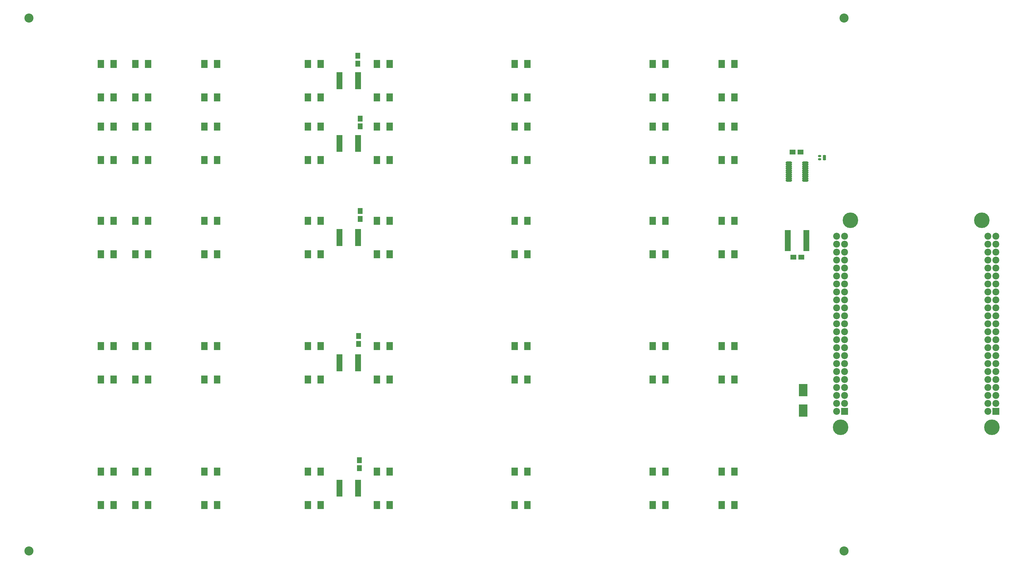
<source format=gts>
G04 #@! TF.FileFunction,Soldermask,Top*
%FSLAX46Y46*%
G04 Gerber Fmt 4.6, Leading zero omitted, Abs format (unit mm)*
G04 Created by KiCad (PCBNEW no-vcs-found-product) date Seg 25 Abr 2016 23:01:13 BRT*
%MOMM*%
G01*
G04 APERTURE LIST*
%ADD10C,0.100000*%
%ADD11C,2.900000*%
%ADD12R,1.900000X1.650000*%
%ADD13R,2.800300X3.900120*%
%ADD14R,1.650000X1.900000*%
%ADD15R,2.000000X2.500000*%
%ADD16R,1.850000X0.850000*%
%ADD17O,2.058620X0.808940*%
%ADD18O,1.057860X0.699720*%
%ADD19C,4.972000*%
%ADD20R,2.200000X2.200000*%
%ADD21C,2.200000*%
%ADD22R,1.900000X0.850000*%
G04 APERTURE END LIST*
D10*
D11*
X300000000Y-40000000D03*
X40000000Y-40000000D03*
X40000000Y-210000000D03*
D12*
X286360000Y-116280000D03*
X283860000Y-116280000D03*
D13*
X287000000Y-158748800D03*
X287000000Y-165251200D03*
D12*
X283606000Y-82752000D03*
X286106000Y-82752000D03*
D14*
X144902000Y-54538000D03*
X144902000Y-52038000D03*
X145664000Y-74584000D03*
X145664000Y-72084000D03*
X145664000Y-104068000D03*
X145664000Y-101568000D03*
X145156000Y-143946000D03*
X145156000Y-141446000D03*
X145410000Y-183570000D03*
X145410000Y-181070000D03*
D15*
X62968000Y-54666000D03*
X67032000Y-54666000D03*
X62968000Y-65334000D03*
X67032000Y-65334000D03*
X73968000Y-54666000D03*
X78032000Y-54666000D03*
X73968000Y-65334000D03*
X78032000Y-65334000D03*
X95968000Y-54666000D03*
X100032000Y-54666000D03*
X95968000Y-65334000D03*
X100032000Y-65334000D03*
X128968000Y-54666000D03*
X133032000Y-54666000D03*
X128968000Y-65334000D03*
X133032000Y-65334000D03*
X150968000Y-54666000D03*
X155032000Y-54666000D03*
X150968000Y-65334000D03*
X155032000Y-65334000D03*
X194968000Y-54666000D03*
X199032000Y-54666000D03*
X194968000Y-65334000D03*
X199032000Y-65334000D03*
X238968000Y-54666000D03*
X243032000Y-54666000D03*
X238968000Y-65334000D03*
X243032000Y-65334000D03*
X260968000Y-54666000D03*
X265032000Y-54666000D03*
X260968000Y-65334000D03*
X265032000Y-65334000D03*
X62968000Y-74666000D03*
X67032000Y-74666000D03*
X62968000Y-85334000D03*
X67032000Y-85334000D03*
X73968000Y-74666000D03*
X78032000Y-74666000D03*
X73968000Y-85334000D03*
X78032000Y-85334000D03*
X95968000Y-74666000D03*
X100032000Y-74666000D03*
X95968000Y-85334000D03*
X100032000Y-85334000D03*
X128968000Y-74666000D03*
X133032000Y-74666000D03*
X128968000Y-85334000D03*
X133032000Y-85334000D03*
X150968000Y-74666000D03*
X155032000Y-74666000D03*
X150968000Y-85334000D03*
X155032000Y-85334000D03*
X194968000Y-74666000D03*
X199032000Y-74666000D03*
X194968000Y-85334000D03*
X199032000Y-85334000D03*
X238968000Y-74666000D03*
X243032000Y-74666000D03*
X238968000Y-85334000D03*
X243032000Y-85334000D03*
X260968000Y-74666000D03*
X265032000Y-74666000D03*
X260968000Y-85334000D03*
X265032000Y-85334000D03*
X62968000Y-104666000D03*
X67032000Y-104666000D03*
X62968000Y-115334000D03*
X67032000Y-115334000D03*
X73968000Y-104666000D03*
X78032000Y-104666000D03*
X73968000Y-115334000D03*
X78032000Y-115334000D03*
X95968000Y-104666000D03*
X100032000Y-104666000D03*
X95968000Y-115334000D03*
X100032000Y-115334000D03*
X128968000Y-104666000D03*
X133032000Y-104666000D03*
X128968000Y-115334000D03*
X133032000Y-115334000D03*
X150968000Y-104666000D03*
X155032000Y-104666000D03*
X150968000Y-115334000D03*
X155032000Y-115334000D03*
X194968000Y-104666000D03*
X199032000Y-104666000D03*
X194968000Y-115334000D03*
X199032000Y-115334000D03*
X238968000Y-104666000D03*
X243032000Y-104666000D03*
X238968000Y-115334000D03*
X243032000Y-115334000D03*
X260968000Y-104666000D03*
X265032000Y-104666000D03*
X260968000Y-115334000D03*
X265032000Y-115334000D03*
X62968000Y-144666000D03*
X67032000Y-144666000D03*
X62968000Y-155334000D03*
X67032000Y-155334000D03*
X73968000Y-144666000D03*
X78032000Y-144666000D03*
X73968000Y-155334000D03*
X78032000Y-155334000D03*
X95968000Y-144666000D03*
X100032000Y-144666000D03*
X95968000Y-155334000D03*
X100032000Y-155334000D03*
X128968000Y-144666000D03*
X133032000Y-144666000D03*
X128968000Y-155334000D03*
X133032000Y-155334000D03*
X150968000Y-144666000D03*
X155032000Y-144666000D03*
X150968000Y-155334000D03*
X155032000Y-155334000D03*
X194968000Y-144666000D03*
X199032000Y-144666000D03*
X194968000Y-155334000D03*
X199032000Y-155334000D03*
X238968000Y-144666000D03*
X243032000Y-144666000D03*
X238968000Y-155334000D03*
X243032000Y-155334000D03*
X260968000Y-144666000D03*
X265032000Y-144666000D03*
X260968000Y-155334000D03*
X265032000Y-155334000D03*
X62968000Y-184666000D03*
X67032000Y-184666000D03*
X62968000Y-195334000D03*
X67032000Y-195334000D03*
X73968000Y-184666000D03*
X78032000Y-184666000D03*
X73968000Y-195334000D03*
X78032000Y-195334000D03*
X95968000Y-184666000D03*
X100032000Y-184666000D03*
X95968000Y-195334000D03*
X100032000Y-195334000D03*
X128968000Y-184666000D03*
X133032000Y-184666000D03*
X128968000Y-195334000D03*
X133032000Y-195334000D03*
X150968000Y-184666000D03*
X155032000Y-184666000D03*
X150968000Y-195334000D03*
X155032000Y-195334000D03*
X194968000Y-184666000D03*
X199032000Y-184666000D03*
X194968000Y-195334000D03*
X199032000Y-195334000D03*
X238968000Y-184666000D03*
X243032000Y-184666000D03*
X238968000Y-195334000D03*
X243032000Y-195334000D03*
X260968000Y-184666000D03*
X265032000Y-184666000D03*
X260968000Y-195334000D03*
X265032000Y-195334000D03*
D16*
X282050000Y-108075000D03*
X282050000Y-108725000D03*
X282050000Y-109375000D03*
X282050000Y-110025000D03*
X282050000Y-110675000D03*
X282050000Y-111325000D03*
X282050000Y-111975000D03*
X282050000Y-112625000D03*
X282050000Y-113275000D03*
X282050000Y-113925000D03*
X287950000Y-113925000D03*
X287950000Y-113275000D03*
X287950000Y-112625000D03*
X287950000Y-111975000D03*
X287950000Y-111325000D03*
X287950000Y-110675000D03*
X287950000Y-110025000D03*
X287950000Y-109375000D03*
X287950000Y-108725000D03*
X287950000Y-108075000D03*
D17*
X282371100Y-86142500D03*
X282371100Y-86777500D03*
X282371100Y-87412500D03*
X282371100Y-88047500D03*
X282371100Y-88682500D03*
X282371100Y-89317500D03*
X282371100Y-89952500D03*
X282371100Y-90587500D03*
X282371100Y-91222500D03*
X282371100Y-91857500D03*
X287628900Y-91857500D03*
X287628900Y-91222500D03*
X287628900Y-90587500D03*
X287628900Y-89952500D03*
X287628900Y-89317500D03*
X287628900Y-88682500D03*
X287628900Y-88047500D03*
X287628900Y-87412500D03*
X287628900Y-86777500D03*
X287628900Y-86142500D03*
D18*
X293718060Y-85027840D03*
X293718060Y-84530000D03*
X293718060Y-84032160D03*
X292249940Y-84032160D03*
X292249940Y-85027840D03*
D19*
X343955000Y-104535000D03*
X347130000Y-170575000D03*
X298870000Y-170575000D03*
X302045000Y-104535000D03*
D20*
X348400000Y-165495000D03*
D21*
X345860000Y-165495000D03*
X348400000Y-162955000D03*
X345860000Y-162955000D03*
X348400000Y-160415000D03*
X345860000Y-160415000D03*
X348400000Y-157875000D03*
X345860000Y-157875000D03*
X348400000Y-155335000D03*
X345860000Y-155335000D03*
X348400000Y-152795000D03*
X345860000Y-152795000D03*
X348400000Y-150255000D03*
X345860000Y-150255000D03*
X348400000Y-147715000D03*
X345860000Y-147715000D03*
X348400000Y-145175000D03*
X345860000Y-145175000D03*
X348400000Y-142635000D03*
X345860000Y-142635000D03*
X348400000Y-140095000D03*
X345860000Y-140095000D03*
X348400000Y-137555000D03*
X345860000Y-137555000D03*
X348400000Y-135015000D03*
X345860000Y-135015000D03*
X348400000Y-132475000D03*
X345860000Y-132475000D03*
X348400000Y-129935000D03*
X345860000Y-129935000D03*
X348400000Y-127395000D03*
X345860000Y-127395000D03*
X348400000Y-124855000D03*
X345860000Y-124855000D03*
X348400000Y-122315000D03*
X345860000Y-122315000D03*
X348400000Y-119775000D03*
X345860000Y-119775000D03*
X348400000Y-117235000D03*
X345860000Y-117235000D03*
X348400000Y-114695000D03*
X345860000Y-114695000D03*
X348400000Y-112155000D03*
X345860000Y-112155000D03*
X348400000Y-109615000D03*
X345860000Y-109615000D03*
D20*
X300140000Y-165495000D03*
D21*
X297600000Y-165495000D03*
X300140000Y-162955000D03*
X297600000Y-162955000D03*
X300140000Y-160415000D03*
X297600000Y-160415000D03*
X300140000Y-157875000D03*
X297600000Y-157875000D03*
X300140000Y-155335000D03*
X297600000Y-155335000D03*
X300140000Y-152795000D03*
X297600000Y-152795000D03*
X300140000Y-150255000D03*
X297600000Y-150255000D03*
X300140000Y-147715000D03*
X297600000Y-147715000D03*
X300140000Y-145175000D03*
X297600000Y-145175000D03*
X300140000Y-142635000D03*
X297600000Y-142635000D03*
X300140000Y-140095000D03*
X297600000Y-140095000D03*
X300140000Y-137555000D03*
X297600000Y-137555000D03*
X300140000Y-135015000D03*
X297600000Y-135015000D03*
X300140000Y-132475000D03*
X297600000Y-132475000D03*
X300140000Y-129935000D03*
X297600000Y-129935000D03*
X300140000Y-127395000D03*
X297600000Y-127395000D03*
X300140000Y-124855000D03*
X297600000Y-124855000D03*
X300140000Y-122315000D03*
X297600000Y-122315000D03*
X300140000Y-119775000D03*
X297600000Y-119775000D03*
X300140000Y-117235000D03*
X297600000Y-117235000D03*
X300140000Y-114695000D03*
X297600000Y-114695000D03*
X300140000Y-112155000D03*
X297600000Y-112155000D03*
X300140000Y-109615000D03*
X297600000Y-109615000D03*
D22*
X139050000Y-57725000D03*
X139050000Y-58375000D03*
X139050000Y-59025000D03*
X139050000Y-59675000D03*
X139050000Y-60325000D03*
X139050000Y-60975000D03*
X139050000Y-61625000D03*
X139050000Y-62275000D03*
X144950000Y-62275000D03*
X144950000Y-61625000D03*
X144950000Y-60975000D03*
X144950000Y-60325000D03*
X144950000Y-59675000D03*
X144950000Y-59025000D03*
X144950000Y-58375000D03*
X144950000Y-57725000D03*
X139050000Y-77725000D03*
X139050000Y-78375000D03*
X139050000Y-79025000D03*
X139050000Y-79675000D03*
X139050000Y-80325000D03*
X139050000Y-80975000D03*
X139050000Y-81625000D03*
X139050000Y-82275000D03*
X144950000Y-82275000D03*
X144950000Y-81625000D03*
X144950000Y-80975000D03*
X144950000Y-80325000D03*
X144950000Y-79675000D03*
X144950000Y-79025000D03*
X144950000Y-78375000D03*
X144950000Y-77725000D03*
X139050000Y-107725000D03*
X139050000Y-108375000D03*
X139050000Y-109025000D03*
X139050000Y-109675000D03*
X139050000Y-110325000D03*
X139050000Y-110975000D03*
X139050000Y-111625000D03*
X139050000Y-112275000D03*
X144950000Y-112275000D03*
X144950000Y-111625000D03*
X144950000Y-110975000D03*
X144950000Y-110325000D03*
X144950000Y-109675000D03*
X144950000Y-109025000D03*
X144950000Y-108375000D03*
X144950000Y-107725000D03*
X139050000Y-147725000D03*
X139050000Y-148375000D03*
X139050000Y-149025000D03*
X139050000Y-149675000D03*
X139050000Y-150325000D03*
X139050000Y-150975000D03*
X139050000Y-151625000D03*
X139050000Y-152275000D03*
X144950000Y-152275000D03*
X144950000Y-151625000D03*
X144950000Y-150975000D03*
X144950000Y-150325000D03*
X144950000Y-149675000D03*
X144950000Y-149025000D03*
X144950000Y-148375000D03*
X144950000Y-147725000D03*
X139050000Y-187725000D03*
X139050000Y-188375000D03*
X139050000Y-189025000D03*
X139050000Y-189675000D03*
X139050000Y-190325000D03*
X139050000Y-190975000D03*
X139050000Y-191625000D03*
X139050000Y-192275000D03*
X144950000Y-192275000D03*
X144950000Y-191625000D03*
X144950000Y-190975000D03*
X144950000Y-190325000D03*
X144950000Y-189675000D03*
X144950000Y-189025000D03*
X144950000Y-188375000D03*
X144950000Y-187725000D03*
D11*
X300000000Y-210000000D03*
M02*

</source>
